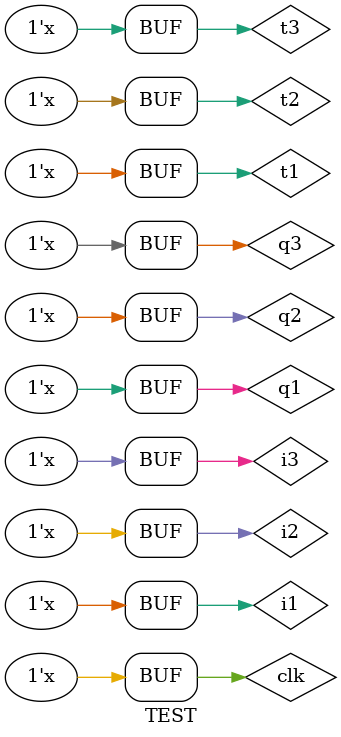
<source format=v>
`timescale 1ns / 1ps


module TEST;

	// Inputs
	reg q1;reg i1;reg t1;
	reg q2;reg i2;reg t2;
	reg q3;reg i3;reg t3;
	reg clk;
	// Outputs
	wire o1,m1,n1; 
	wire o2,m2,n2;

	// Instantiate the Unit Under Test (UUT)
	PE obj1 (.q1(q1),.q2(q2),.q3(q3),.o1(o1),.o2(o2));
	PEDataFlow obj2 (.i1(i1),.i2(i2),.i3(i3),.m1(m1),.m2(m2));
	PEBhv obj3 (.t1(t1),.t2(t2),.t3(t3),.n1(n1),.n2(n2),.clk(clk));
	initial begin
		// Initialize Inputs
		q1 = 0;i1 = 0;t1 = 0;
		q2 = 0;i2 = 0;t2 = 0;
		q3 = 0;i3 = 0;t3 = 0;
		clk = 0;
		#100;
	end
   always
	 #2.5 clk =~clk;
	always 
	 #5 q1=~q1;
	always
	 #5 i1=~i1;
	always
	 #5 t1=~t1;
	always
	 #10 q2=~q2;
	always
	 #10 i2=~i2;
	always
	 #10 t2=~t2;
	always
	 #20 q3=~q3;
	always
	 #20 i3=~i3;
	always
	 #20 t3=~t3;
endmodule


</source>
